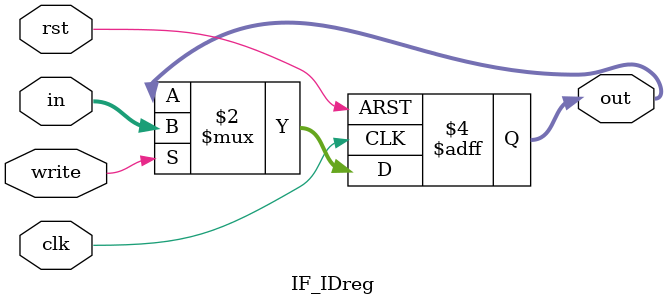
<source format=v>
module IF_IDreg (rst, clk, write, in, out);
	
	input rst, clk;
	input write;
	input [63:0] in;

	output reg [63:0] out;

	always @(posedge clk, posedge rst)
	begin
		if(rst)
			out <= 63'd0;
		else if (write)
			out <= in;

	end
endmodule

</source>
